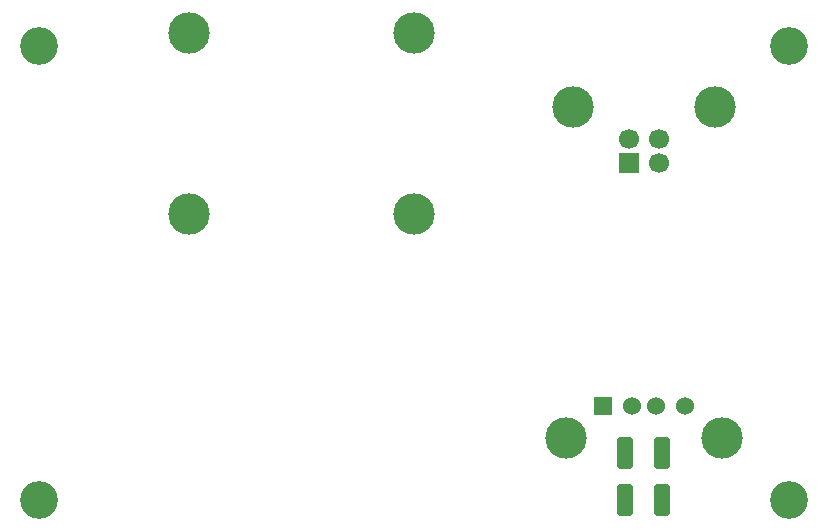
<source format=gbs>
%TF.GenerationSoftware,KiCad,Pcbnew,(6.0.9)*%
%TF.CreationDate,2023-04-03T22:02:57+03:00*%
%TF.ProjectId,USB_Power_Injector_2_Layer_V1.0,5553425f-506f-4776-9572-5f496e6a6563,rev?*%
%TF.SameCoordinates,PX70ea914PY7952f5c*%
%TF.FileFunction,Soldermask,Bot*%
%TF.FilePolarity,Negative*%
%FSLAX46Y46*%
G04 Gerber Fmt 4.6, Leading zero omitted, Abs format (unit mm)*
G04 Created by KiCad (PCBNEW (6.0.9)) date 2023-04-03 22:02:57*
%MOMM*%
%LPD*%
G01*
G04 APERTURE LIST*
G04 Aperture macros list*
%AMRoundRect*
0 Rectangle with rounded corners*
0 $1 Rounding radius*
0 $2 $3 $4 $5 $6 $7 $8 $9 X,Y pos of 4 corners*
0 Add a 4 corners polygon primitive as box body*
4,1,4,$2,$3,$4,$5,$6,$7,$8,$9,$2,$3,0*
0 Add four circle primitives for the rounded corners*
1,1,$1+$1,$2,$3*
1,1,$1+$1,$4,$5*
1,1,$1+$1,$6,$7*
1,1,$1+$1,$8,$9*
0 Add four rect primitives between the rounded corners*
20,1,$1+$1,$2,$3,$4,$5,0*
20,1,$1+$1,$4,$5,$6,$7,0*
20,1,$1+$1,$6,$7,$8,$9,0*
20,1,$1+$1,$8,$9,$2,$3,0*%
G04 Aperture macros list end*
%ADD10R,1.524000X1.524000*%
%ADD11C,1.524000*%
%ADD12C,3.500000*%
%ADD13C,3.200000*%
%ADD14R,1.700000X1.700000*%
%ADD15C,1.700000*%
%ADD16RoundRect,0.250000X-0.412500X-1.100000X0.412500X-1.100000X0.412500X1.100000X-0.412500X1.100000X0*%
G04 APERTURE END LIST*
D10*
%TO.C,J4*%
X47750020Y8000000D03*
D11*
X50250020Y8000000D03*
X52250020Y8000000D03*
X54750020Y8000000D03*
D12*
X57820020Y5290000D03*
X44680020Y5290000D03*
%TD*%
D13*
%TO.C,H3*%
X20Y0D03*
%TD*%
%TO.C,H1*%
X63500020Y0D03*
%TD*%
D12*
%TO.C,J2*%
X12750020Y24250000D03*
X12750020Y39550000D03*
%TD*%
D13*
%TO.C,H2*%
X63500020Y38500000D03*
%TD*%
%TO.C,H4*%
X20Y38500000D03*
%TD*%
D14*
%TO.C,J3*%
X50000020Y28600000D03*
D15*
X52500020Y28600000D03*
X52500020Y30600000D03*
X50000020Y30600000D03*
D12*
X45230020Y33310000D03*
X57270020Y33310000D03*
%TD*%
%TO.C,J1*%
X31750020Y24250000D03*
X31750020Y39550000D03*
%TD*%
D16*
%TO.C,C2*%
X49687520Y0D03*
X52812520Y0D03*
%TD*%
%TO.C,C1*%
X49687520Y4000000D03*
X52812520Y4000000D03*
%TD*%
M02*

</source>
